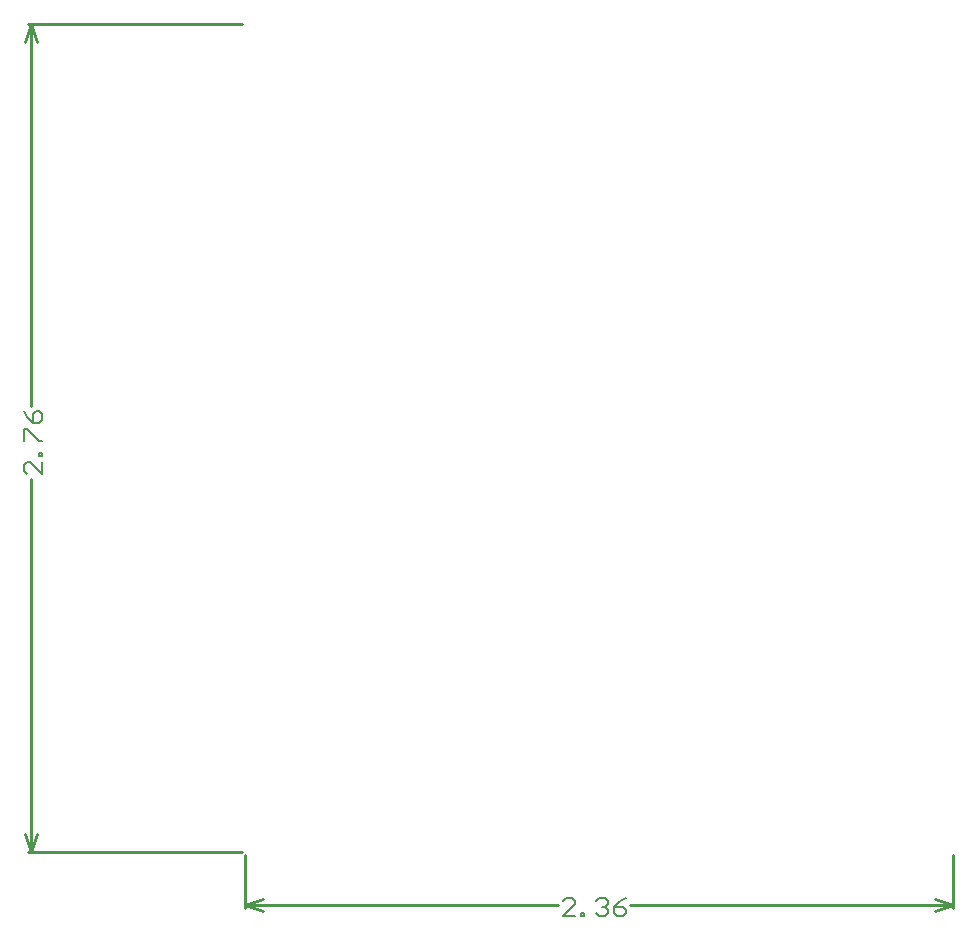
<source format=gbr>
G04 Layer_Color=16711935*
%FSLAX26Y26*%
%MOIN*%
%TF.FileFunction,Other,Mechanical_1*%
%TF.Part,Single*%
G01*
G75*
%TA.AperFunction,NonConductor*%
%ADD48C,0.010000*%
%ADD56C,0.006000*%
D48*
X-39370Y-186850D02*
Y-10000D01*
X2322834Y-186850D02*
Y-10000D01*
X-39370Y-176850D02*
X1004766D01*
X1246698D02*
X2322834D01*
X-39370D02*
X20630Y-196850D01*
X-39370Y-176850D02*
X20630Y-156850D01*
X2262834D02*
X2322834Y-176850D01*
X2262834Y-196850D02*
X2322834Y-176850D01*
X-760000Y2760000D02*
X-49370D01*
X-760000Y-0D02*
X-49370D01*
X-750000Y1484966D02*
Y2760000D01*
Y-0D02*
Y1243034D01*
X-770000Y2700000D02*
X-750000Y2760000D01*
X-730000Y2700000D01*
X-750000Y-0D02*
X-730000Y60000D01*
X-770000D02*
X-750000Y-0D01*
D56*
X1060753Y-212841D02*
X1020766D01*
X1060753Y-172854D01*
Y-162857D01*
X1050756Y-152860D01*
X1030763D01*
X1020766Y-162857D01*
X1080747Y-212841D02*
Y-202844D01*
X1090743D01*
Y-212841D01*
X1080747D01*
X1130730Y-162857D02*
X1140727Y-152860D01*
X1160721D01*
X1170717Y-162857D01*
Y-172854D01*
X1160721Y-182850D01*
X1150724D01*
X1160721D01*
X1170717Y-192847D01*
Y-202844D01*
X1160721Y-212841D01*
X1140727D01*
X1130730Y-202844D01*
X1230698Y-152860D02*
X1210705Y-162857D01*
X1190711Y-182850D01*
Y-202844D01*
X1200708Y-212841D01*
X1220701D01*
X1230698Y-202844D01*
Y-192847D01*
X1220701Y-182850D01*
X1190711D01*
X-714010Y1299021D02*
Y1259034D01*
X-753997Y1299021D01*
X-763994D01*
X-773990Y1289024D01*
Y1269031D01*
X-763994Y1259034D01*
X-714010Y1319014D02*
X-724006D01*
Y1329011D01*
X-714010D01*
Y1319014D01*
X-773990Y1368998D02*
Y1408985D01*
X-763994D01*
X-724006Y1368998D01*
X-714010D01*
X-773990Y1468966D02*
X-763994Y1448972D01*
X-744000Y1428979D01*
X-724006D01*
X-714010Y1438976D01*
Y1458969D01*
X-724006Y1468966D01*
X-734003D01*
X-744000Y1458969D01*
Y1428979D01*
%TF.MD5,58d0d6878ff0d0a0259cfa446a79f895*%
M02*

</source>
